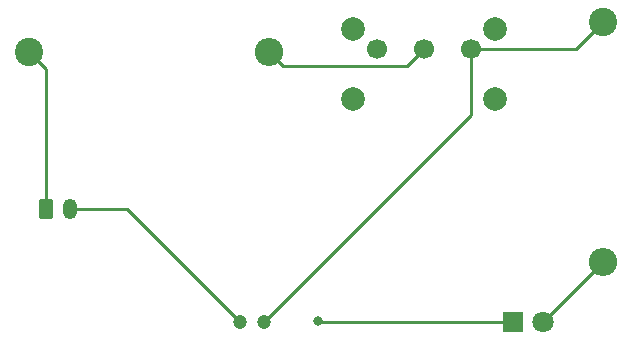
<source format=gbr>
%TF.GenerationSoftware,KiCad,Pcbnew,(6.0.10)*%
%TF.CreationDate,2023-02-17T09:20:17-08:00*%
%TF.ProjectId,Exercise I,45786572-6369-4736-9520-492e6b696361,rev?*%
%TF.SameCoordinates,Original*%
%TF.FileFunction,Copper,L1,Top*%
%TF.FilePolarity,Positive*%
%FSLAX46Y46*%
G04 Gerber Fmt 4.6, Leading zero omitted, Abs format (unit mm)*
G04 Created by KiCad (PCBNEW (6.0.10)) date 2023-02-17 09:20:17*
%MOMM*%
%LPD*%
G01*
G04 APERTURE LIST*
G04 Aperture macros list*
%AMRoundRect*
0 Rectangle with rounded corners*
0 $1 Rounding radius*
0 $2 $3 $4 $5 $6 $7 $8 $9 X,Y pos of 4 corners*
0 Add a 4 corners polygon primitive as box body*
4,1,4,$2,$3,$4,$5,$6,$7,$8,$9,$2,$3,0*
0 Add four circle primitives for the rounded corners*
1,1,$1+$1,$2,$3*
1,1,$1+$1,$4,$5*
1,1,$1+$1,$6,$7*
1,1,$1+$1,$8,$9*
0 Add four rect primitives between the rounded corners*
20,1,$1+$1,$2,$3,$4,$5,0*
20,1,$1+$1,$4,$5,$6,$7,0*
20,1,$1+$1,$6,$7,$8,$9,0*
20,1,$1+$1,$8,$9,$2,$3,0*%
G04 Aperture macros list end*
%TA.AperFunction,ComponentPad*%
%ADD10C,1.200000*%
%TD*%
%TA.AperFunction,ComponentPad*%
%ADD11R,1.800000X1.800000*%
%TD*%
%TA.AperFunction,ComponentPad*%
%ADD12C,1.800000*%
%TD*%
%TA.AperFunction,ComponentPad*%
%ADD13C,2.400000*%
%TD*%
%TA.AperFunction,ComponentPad*%
%ADD14O,2.400000X2.400000*%
%TD*%
%TA.AperFunction,ComponentPad*%
%ADD15C,2.000000*%
%TD*%
%TA.AperFunction,ComponentPad*%
%ADD16C,1.700000*%
%TD*%
%TA.AperFunction,ComponentPad*%
%ADD17RoundRect,0.250000X-0.350000X-0.625000X0.350000X-0.625000X0.350000X0.625000X-0.350000X0.625000X0*%
%TD*%
%TA.AperFunction,ComponentPad*%
%ADD18O,1.200000X1.750000*%
%TD*%
%TA.AperFunction,ViaPad*%
%ADD19C,0.800000*%
%TD*%
%TA.AperFunction,Conductor*%
%ADD20C,0.254000*%
%TD*%
G04 APERTURE END LIST*
D10*
%TO.P,C1,1*%
%TO.N,Net-(C1-Pad1)*%
X128740000Y-101600000D03*
%TO.P,C1,2*%
%TO.N,Net-(C1-Pad2)*%
X126740000Y-101600000D03*
%TD*%
D11*
%TO.P,D1,1,K*%
%TO.N,Net-(C1-Pad2)*%
X149860000Y-101600000D03*
D12*
%TO.P,D1,2,A*%
%TO.N,Net-(D1-Pad2)*%
X152400000Y-101600000D03*
%TD*%
D13*
%TO.P,R2,1*%
%TO.N,Net-(R2-Pad1)*%
X108860000Y-78740000D03*
D14*
%TO.P,R2,2*%
%TO.N,Net-(R2-Pad2)*%
X129180000Y-78740000D03*
%TD*%
D15*
%TO.P,SW1,*%
%TO.N,*%
X148282500Y-82737500D03*
X148282500Y-76737500D03*
X136282500Y-82737500D03*
X136282500Y-76737500D03*
D16*
%TO.P,SW1,1,A*%
%TO.N,unconnected-(SW1-Pad1)*%
X138282500Y-78487500D03*
%TO.P,SW1,2,B*%
%TO.N,Net-(R2-Pad2)*%
X142282500Y-78487500D03*
%TO.P,SW1,3,C*%
%TO.N,Net-(C1-Pad1)*%
X146282500Y-78487500D03*
%TD*%
D13*
%TO.P,R1,1*%
%TO.N,Net-(C1-Pad1)*%
X157480000Y-76200000D03*
D14*
%TO.P,R1,2*%
%TO.N,Net-(D1-Pad2)*%
X157480000Y-96520000D03*
%TD*%
D17*
%TO.P,V1,1,Pin_1*%
%TO.N,Net-(R2-Pad1)*%
X110310000Y-91990000D03*
D18*
%TO.P,V1,2,Pin_2*%
%TO.N,Net-(C1-Pad2)*%
X112310000Y-91990000D03*
%TD*%
D19*
%TO.N,Net-(C1-Pad2)*%
X133350000Y-101473000D03*
%TD*%
D20*
%TO.N,Net-(C1-Pad1)*%
X146282500Y-78487500D02*
X155192500Y-78487500D01*
X155192500Y-78487500D02*
X157480000Y-76200000D01*
X146282500Y-84057500D02*
X128740000Y-101600000D01*
X146282500Y-78487500D02*
X146282500Y-84057500D01*
%TO.N,Net-(C1-Pad2)*%
X133413500Y-101536500D02*
X133350000Y-101473000D01*
X133413500Y-101536500D02*
X133477000Y-101600000D01*
X112310000Y-91990000D02*
X117130000Y-91990000D01*
X133477000Y-101600000D02*
X149860000Y-101600000D01*
X117130000Y-91990000D02*
X126740000Y-101600000D01*
%TO.N,Net-(D1-Pad2)*%
X157480000Y-96520000D02*
X152400000Y-101600000D01*
%TO.N,Net-(R2-Pad1)*%
X110310000Y-80190000D02*
X108860000Y-78740000D01*
X110310000Y-91990000D02*
X110310000Y-80190000D01*
%TO.N,Net-(R2-Pad2)*%
X130380000Y-79940000D02*
X140830000Y-79940000D01*
X140830000Y-79940000D02*
X142282500Y-78487500D01*
X129180000Y-78740000D02*
X130380000Y-79940000D01*
%TD*%
M02*

</source>
